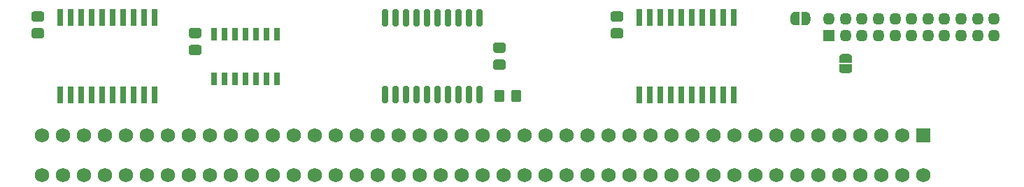
<source format=gbr>
%TF.GenerationSoftware,KiCad,Pcbnew,(5.1.6)-1*%
%TF.CreationDate,2022-11-05T15:29:04-04:00*%
%TF.ProjectId,A500-side-clockport,41353030-2d73-4696-9465-2d636c6f636b,rev?*%
%TF.SameCoordinates,Original*%
%TF.FileFunction,Soldermask,Top*%
%TF.FilePolarity,Negative*%
%FSLAX46Y46*%
G04 Gerber Fmt 4.6, Leading zero omitted, Abs format (unit mm)*
G04 Created by KiCad (PCBNEW (5.1.6)-1) date 2022-11-05 15:29:04*
%MOMM*%
%LPD*%
G01*
G04 APERTURE LIST*
%ADD10C,1.738300*%
%ADD11R,1.738300X1.738300*%
%ADD12R,1.450000X1.450000*%
%ADD13O,1.450000X1.450000*%
%ADD14C,0.100000*%
%ADD15R,0.750000X1.625000*%
%ADD16R,0.750000X2.050000*%
G04 APERTURE END LIST*
D10*
%TO.C,BUS0*%
X101621001Y-85326901D03*
X101621001Y-80475501D03*
X104161001Y-85326901D03*
X104161001Y-80475501D03*
X106701001Y-85326901D03*
X106701001Y-80475501D03*
X109241001Y-85326901D03*
X109241001Y-80475501D03*
X111781001Y-85326901D03*
X111781001Y-80475501D03*
X114321001Y-85326901D03*
X114321001Y-80475501D03*
X116861001Y-85326901D03*
X116861001Y-80475501D03*
X119401001Y-85326901D03*
X119401001Y-80475501D03*
X121941001Y-85326901D03*
X121941001Y-80475501D03*
X124481001Y-85326901D03*
X124481001Y-80475501D03*
X127021001Y-85326901D03*
X127021001Y-80475501D03*
X129561001Y-85326901D03*
X129561001Y-80475501D03*
X132101001Y-85326901D03*
X132101001Y-80475501D03*
X134641001Y-85326901D03*
X134641001Y-80475501D03*
X137181001Y-85326901D03*
X137181001Y-80475501D03*
X139721001Y-85326901D03*
X139721001Y-80475501D03*
X142261001Y-85326901D03*
X142261001Y-80475501D03*
X144801001Y-85326901D03*
X144801001Y-80475501D03*
X147341001Y-85326901D03*
X147341001Y-80475501D03*
X149881001Y-85326901D03*
X149881001Y-80475501D03*
X152421001Y-85326901D03*
X152421001Y-80475501D03*
X154961001Y-85326901D03*
X154961001Y-80475501D03*
X157501001Y-85326901D03*
X157501001Y-80475501D03*
X160041001Y-85326901D03*
X160041001Y-80475501D03*
X162581001Y-85326901D03*
X162581001Y-80475501D03*
X165121001Y-85326901D03*
X165121001Y-80475501D03*
X167661001Y-85326901D03*
X167661001Y-80475501D03*
X170201001Y-85326901D03*
X170201001Y-80475501D03*
X172741001Y-85326901D03*
X172741001Y-80475501D03*
X175281001Y-85326901D03*
X175281001Y-80475501D03*
X177821001Y-85326901D03*
X177821001Y-80475501D03*
X180361001Y-85326901D03*
X180361001Y-80475501D03*
X182901001Y-85326901D03*
X182901001Y-80475501D03*
X185441001Y-85326901D03*
X185441001Y-80475501D03*
X187981001Y-85326901D03*
X187981001Y-80475501D03*
X190521001Y-85326901D03*
X190521001Y-80475501D03*
X193061001Y-85326901D03*
X193061001Y-80475501D03*
X195601001Y-85326901D03*
X195601001Y-80475501D03*
X198141001Y-85326901D03*
X198141001Y-80475501D03*
X200681001Y-85326901D03*
X200681001Y-80475501D03*
X203221001Y-85326901D03*
X203221001Y-80475501D03*
X205761001Y-85326901D03*
X205761001Y-80475501D03*
X208301001Y-85326901D03*
D11*
X208301001Y-80475501D03*
%TD*%
%TO.C,C1*%
G36*
G01*
X159638000Y-75213738D02*
X159638000Y-76170262D01*
G75*
G02*
X159366262Y-76442000I-271738J0D01*
G01*
X158659738Y-76442000D01*
G75*
G02*
X158388000Y-76170262I0J271738D01*
G01*
X158388000Y-75213738D01*
G75*
G02*
X158659738Y-74942000I271738J0D01*
G01*
X159366262Y-74942000D01*
G75*
G02*
X159638000Y-75213738I0J-271738D01*
G01*
G37*
G36*
G01*
X157588000Y-75213738D02*
X157588000Y-76170262D01*
G75*
G02*
X157316262Y-76442000I-271738J0D01*
G01*
X156609738Y-76442000D01*
G75*
G02*
X156338000Y-76170262I0J271738D01*
G01*
X156338000Y-75213738D01*
G75*
G02*
X156609738Y-74942000I271738J0D01*
G01*
X157316262Y-74942000D01*
G75*
G02*
X157588000Y-75213738I0J-271738D01*
G01*
G37*
%TD*%
%TO.C,C2*%
G36*
G01*
X120620262Y-68679000D02*
X119663738Y-68679000D01*
G75*
G02*
X119392000Y-68407262I0J271738D01*
G01*
X119392000Y-67700738D01*
G75*
G02*
X119663738Y-67429000I271738J0D01*
G01*
X120620262Y-67429000D01*
G75*
G02*
X120892000Y-67700738I0J-271738D01*
G01*
X120892000Y-68407262D01*
G75*
G02*
X120620262Y-68679000I-271738J0D01*
G01*
G37*
G36*
G01*
X120620262Y-70729000D02*
X119663738Y-70729000D01*
G75*
G02*
X119392000Y-70457262I0J271738D01*
G01*
X119392000Y-69750738D01*
G75*
G02*
X119663738Y-69479000I271738J0D01*
G01*
X120620262Y-69479000D01*
G75*
G02*
X120892000Y-69750738I0J-271738D01*
G01*
X120892000Y-70457262D01*
G75*
G02*
X120620262Y-70729000I-271738J0D01*
G01*
G37*
%TD*%
%TO.C,C3*%
G36*
G01*
X101570262Y-66665000D02*
X100613738Y-66665000D01*
G75*
G02*
X100342000Y-66393262I0J271738D01*
G01*
X100342000Y-65686738D01*
G75*
G02*
X100613738Y-65415000I271738J0D01*
G01*
X101570262Y-65415000D01*
G75*
G02*
X101842000Y-65686738I0J-271738D01*
G01*
X101842000Y-66393262D01*
G75*
G02*
X101570262Y-66665000I-271738J0D01*
G01*
G37*
G36*
G01*
X101570262Y-68715000D02*
X100613738Y-68715000D01*
G75*
G02*
X100342000Y-68443262I0J271738D01*
G01*
X100342000Y-67736738D01*
G75*
G02*
X100613738Y-67465000I271738J0D01*
G01*
X101570262Y-67465000D01*
G75*
G02*
X101842000Y-67736738I0J-271738D01*
G01*
X101842000Y-68443262D01*
G75*
G02*
X101570262Y-68715000I-271738J0D01*
G01*
G37*
%TD*%
%TO.C,C4*%
G36*
G01*
X171674262Y-68715000D02*
X170717738Y-68715000D01*
G75*
G02*
X170446000Y-68443262I0J271738D01*
G01*
X170446000Y-67736738D01*
G75*
G02*
X170717738Y-67465000I271738J0D01*
G01*
X171674262Y-67465000D01*
G75*
G02*
X171946000Y-67736738I0J-271738D01*
G01*
X171946000Y-68443262D01*
G75*
G02*
X171674262Y-68715000I-271738J0D01*
G01*
G37*
G36*
G01*
X171674262Y-66665000D02*
X170717738Y-66665000D01*
G75*
G02*
X170446000Y-66393262I0J271738D01*
G01*
X170446000Y-65686738D01*
G75*
G02*
X170717738Y-65415000I271738J0D01*
G01*
X171674262Y-65415000D01*
G75*
G02*
X171946000Y-65686738I0J-271738D01*
G01*
X171946000Y-66393262D01*
G75*
G02*
X171674262Y-66665000I-271738J0D01*
G01*
G37*
%TD*%
D12*
%TO.C,J0*%
X196852000Y-68326000D03*
D13*
X196852000Y-66326000D03*
X198852000Y-68326000D03*
X198852000Y-66326000D03*
X200852000Y-68326000D03*
X200852000Y-66326000D03*
X202852000Y-68326000D03*
X202852000Y-66326000D03*
X204852000Y-68326000D03*
X204852000Y-66326000D03*
X206852000Y-68326000D03*
X206852000Y-66326000D03*
X208852000Y-68326000D03*
X208852000Y-66326000D03*
X210852000Y-68326000D03*
X210852000Y-66326000D03*
X212852000Y-68326000D03*
X212852000Y-66326000D03*
X214852000Y-68326000D03*
X214852000Y-66326000D03*
X216852000Y-68326000D03*
X216852000Y-66326000D03*
%TD*%
D14*
%TO.C,J1*%
G36*
X192749889Y-67093398D02*
G01*
X192731466Y-67093398D01*
X192726565Y-67093157D01*
X192677734Y-67088347D01*
X192672881Y-67087627D01*
X192624756Y-67078055D01*
X192619995Y-67076863D01*
X192573040Y-67062619D01*
X192568421Y-67060966D01*
X192523088Y-67042189D01*
X192518651Y-67040091D01*
X192475378Y-67016960D01*
X192471171Y-67014438D01*
X192430372Y-66987178D01*
X192426430Y-66984254D01*
X192388501Y-66953126D01*
X192384866Y-66949831D01*
X192350169Y-66915134D01*
X192346874Y-66911499D01*
X192315746Y-66873570D01*
X192312822Y-66869628D01*
X192285562Y-66828829D01*
X192283040Y-66824622D01*
X192259909Y-66781349D01*
X192257811Y-66776912D01*
X192239034Y-66731579D01*
X192237381Y-66726960D01*
X192223137Y-66680005D01*
X192221945Y-66675244D01*
X192212373Y-66627119D01*
X192211653Y-66622266D01*
X192206843Y-66573435D01*
X192206602Y-66568534D01*
X192206602Y-66550111D01*
X192206000Y-66544000D01*
X192206000Y-66044000D01*
X192206602Y-66037889D01*
X192206602Y-66019466D01*
X192206843Y-66014565D01*
X192211653Y-65965734D01*
X192212373Y-65960881D01*
X192221945Y-65912756D01*
X192223137Y-65907995D01*
X192237381Y-65861040D01*
X192239034Y-65856421D01*
X192257811Y-65811088D01*
X192259909Y-65806651D01*
X192283040Y-65763378D01*
X192285562Y-65759171D01*
X192312822Y-65718372D01*
X192315746Y-65714430D01*
X192346874Y-65676501D01*
X192350169Y-65672866D01*
X192384866Y-65638169D01*
X192388501Y-65634874D01*
X192426430Y-65603746D01*
X192430372Y-65600822D01*
X192471171Y-65573562D01*
X192475378Y-65571040D01*
X192518651Y-65547909D01*
X192523088Y-65545811D01*
X192568421Y-65527034D01*
X192573040Y-65525381D01*
X192619995Y-65511137D01*
X192624756Y-65509945D01*
X192672881Y-65500373D01*
X192677734Y-65499653D01*
X192726565Y-65494843D01*
X192731466Y-65494602D01*
X192749889Y-65494602D01*
X192756000Y-65494000D01*
X193256000Y-65494000D01*
X193265755Y-65494961D01*
X193275134Y-65497806D01*
X193283779Y-65502427D01*
X193291355Y-65508645D01*
X193297573Y-65516221D01*
X193302194Y-65524866D01*
X193305039Y-65534245D01*
X193306000Y-65544000D01*
X193306000Y-67044000D01*
X193305039Y-67053755D01*
X193302194Y-67063134D01*
X193297573Y-67071779D01*
X193291355Y-67079355D01*
X193283779Y-67085573D01*
X193275134Y-67090194D01*
X193265755Y-67093039D01*
X193256000Y-67094000D01*
X192756000Y-67094000D01*
X192749889Y-67093398D01*
G37*
G36*
X193546245Y-67093039D02*
G01*
X193536866Y-67090194D01*
X193528221Y-67085573D01*
X193520645Y-67079355D01*
X193514427Y-67071779D01*
X193509806Y-67063134D01*
X193506961Y-67053755D01*
X193506000Y-67044000D01*
X193506000Y-65544000D01*
X193506961Y-65534245D01*
X193509806Y-65524866D01*
X193514427Y-65516221D01*
X193520645Y-65508645D01*
X193528221Y-65502427D01*
X193536866Y-65497806D01*
X193546245Y-65494961D01*
X193556000Y-65494000D01*
X194056000Y-65494000D01*
X194062111Y-65494602D01*
X194080534Y-65494602D01*
X194085435Y-65494843D01*
X194134266Y-65499653D01*
X194139119Y-65500373D01*
X194187244Y-65509945D01*
X194192005Y-65511137D01*
X194238960Y-65525381D01*
X194243579Y-65527034D01*
X194288912Y-65545811D01*
X194293349Y-65547909D01*
X194336622Y-65571040D01*
X194340829Y-65573562D01*
X194381628Y-65600822D01*
X194385570Y-65603746D01*
X194423499Y-65634874D01*
X194427134Y-65638169D01*
X194461831Y-65672866D01*
X194465126Y-65676501D01*
X194496254Y-65714430D01*
X194499178Y-65718372D01*
X194526438Y-65759171D01*
X194528960Y-65763378D01*
X194552091Y-65806651D01*
X194554189Y-65811088D01*
X194572966Y-65856421D01*
X194574619Y-65861040D01*
X194588863Y-65907995D01*
X194590055Y-65912756D01*
X194599627Y-65960881D01*
X194600347Y-65965734D01*
X194605157Y-66014565D01*
X194605398Y-66019466D01*
X194605398Y-66037889D01*
X194606000Y-66044000D01*
X194606000Y-66544000D01*
X194605398Y-66550111D01*
X194605398Y-66568534D01*
X194605157Y-66573435D01*
X194600347Y-66622266D01*
X194599627Y-66627119D01*
X194590055Y-66675244D01*
X194588863Y-66680005D01*
X194574619Y-66726960D01*
X194572966Y-66731579D01*
X194554189Y-66776912D01*
X194552091Y-66781349D01*
X194528960Y-66824622D01*
X194526438Y-66828829D01*
X194499178Y-66869628D01*
X194496254Y-66873570D01*
X194465126Y-66911499D01*
X194461831Y-66915134D01*
X194427134Y-66949831D01*
X194423499Y-66953126D01*
X194385570Y-66984254D01*
X194381628Y-66987178D01*
X194340829Y-67014438D01*
X194336622Y-67016960D01*
X194293349Y-67040091D01*
X194288912Y-67042189D01*
X194243579Y-67060966D01*
X194238960Y-67062619D01*
X194192005Y-67076863D01*
X194187244Y-67078055D01*
X194139119Y-67087627D01*
X194134266Y-67088347D01*
X194085435Y-67093157D01*
X194080534Y-67093398D01*
X194062111Y-67093398D01*
X194056000Y-67094000D01*
X193556000Y-67094000D01*
X193546245Y-67093039D01*
G37*
%TD*%
%TO.C,J2*%
G36*
X198082961Y-71910245D02*
G01*
X198085806Y-71900866D01*
X198090427Y-71892221D01*
X198096645Y-71884645D01*
X198104221Y-71878427D01*
X198112866Y-71873806D01*
X198122245Y-71870961D01*
X198132000Y-71870000D01*
X199632000Y-71870000D01*
X199641755Y-71870961D01*
X199651134Y-71873806D01*
X199659779Y-71878427D01*
X199667355Y-71884645D01*
X199673573Y-71892221D01*
X199678194Y-71900866D01*
X199681039Y-71910245D01*
X199682000Y-71920000D01*
X199682000Y-72420000D01*
X199681398Y-72426111D01*
X199681398Y-72444534D01*
X199681157Y-72449435D01*
X199676347Y-72498266D01*
X199675627Y-72503119D01*
X199666055Y-72551244D01*
X199664863Y-72556005D01*
X199650619Y-72602960D01*
X199648966Y-72607579D01*
X199630189Y-72652912D01*
X199628091Y-72657349D01*
X199604960Y-72700622D01*
X199602438Y-72704829D01*
X199575178Y-72745628D01*
X199572254Y-72749570D01*
X199541126Y-72787499D01*
X199537831Y-72791134D01*
X199503134Y-72825831D01*
X199499499Y-72829126D01*
X199461570Y-72860254D01*
X199457628Y-72863178D01*
X199416829Y-72890438D01*
X199412622Y-72892960D01*
X199369349Y-72916091D01*
X199364912Y-72918189D01*
X199319579Y-72936966D01*
X199314960Y-72938619D01*
X199268005Y-72952863D01*
X199263244Y-72954055D01*
X199215119Y-72963627D01*
X199210266Y-72964347D01*
X199161435Y-72969157D01*
X199156534Y-72969398D01*
X199138111Y-72969398D01*
X199132000Y-72970000D01*
X198632000Y-72970000D01*
X198625889Y-72969398D01*
X198607466Y-72969398D01*
X198602565Y-72969157D01*
X198553734Y-72964347D01*
X198548881Y-72963627D01*
X198500756Y-72954055D01*
X198495995Y-72952863D01*
X198449040Y-72938619D01*
X198444421Y-72936966D01*
X198399088Y-72918189D01*
X198394651Y-72916091D01*
X198351378Y-72892960D01*
X198347171Y-72890438D01*
X198306372Y-72863178D01*
X198302430Y-72860254D01*
X198264501Y-72829126D01*
X198260866Y-72825831D01*
X198226169Y-72791134D01*
X198222874Y-72787499D01*
X198191746Y-72749570D01*
X198188822Y-72745628D01*
X198161562Y-72704829D01*
X198159040Y-72700622D01*
X198135909Y-72657349D01*
X198133811Y-72652912D01*
X198115034Y-72607579D01*
X198113381Y-72602960D01*
X198099137Y-72556005D01*
X198097945Y-72551244D01*
X198088373Y-72503119D01*
X198087653Y-72498266D01*
X198082843Y-72449435D01*
X198082602Y-72444534D01*
X198082602Y-72426111D01*
X198082000Y-72420000D01*
X198082000Y-71920000D01*
X198082961Y-71910245D01*
G37*
G36*
X198082602Y-71113889D02*
G01*
X198082602Y-71095466D01*
X198082843Y-71090565D01*
X198087653Y-71041734D01*
X198088373Y-71036881D01*
X198097945Y-70988756D01*
X198099137Y-70983995D01*
X198113381Y-70937040D01*
X198115034Y-70932421D01*
X198133811Y-70887088D01*
X198135909Y-70882651D01*
X198159040Y-70839378D01*
X198161562Y-70835171D01*
X198188822Y-70794372D01*
X198191746Y-70790430D01*
X198222874Y-70752501D01*
X198226169Y-70748866D01*
X198260866Y-70714169D01*
X198264501Y-70710874D01*
X198302430Y-70679746D01*
X198306372Y-70676822D01*
X198347171Y-70649562D01*
X198351378Y-70647040D01*
X198394651Y-70623909D01*
X198399088Y-70621811D01*
X198444421Y-70603034D01*
X198449040Y-70601381D01*
X198495995Y-70587137D01*
X198500756Y-70585945D01*
X198548881Y-70576373D01*
X198553734Y-70575653D01*
X198602565Y-70570843D01*
X198607466Y-70570602D01*
X198625889Y-70570602D01*
X198632000Y-70570000D01*
X199132000Y-70570000D01*
X199138111Y-70570602D01*
X199156534Y-70570602D01*
X199161435Y-70570843D01*
X199210266Y-70575653D01*
X199215119Y-70576373D01*
X199263244Y-70585945D01*
X199268005Y-70587137D01*
X199314960Y-70601381D01*
X199319579Y-70603034D01*
X199364912Y-70621811D01*
X199369349Y-70623909D01*
X199412622Y-70647040D01*
X199416829Y-70649562D01*
X199457628Y-70676822D01*
X199461570Y-70679746D01*
X199499499Y-70710874D01*
X199503134Y-70714169D01*
X199537831Y-70748866D01*
X199541126Y-70752501D01*
X199572254Y-70790430D01*
X199575178Y-70794372D01*
X199602438Y-70835171D01*
X199604960Y-70839378D01*
X199628091Y-70882651D01*
X199630189Y-70887088D01*
X199648966Y-70932421D01*
X199650619Y-70937040D01*
X199664863Y-70983995D01*
X199666055Y-70988756D01*
X199675627Y-71036881D01*
X199676347Y-71041734D01*
X199681157Y-71090565D01*
X199681398Y-71095466D01*
X199681398Y-71113889D01*
X199682000Y-71120000D01*
X199682000Y-71620000D01*
X199681039Y-71629755D01*
X199678194Y-71639134D01*
X199673573Y-71647779D01*
X199667355Y-71655355D01*
X199659779Y-71661573D01*
X199651134Y-71666194D01*
X199641755Y-71669039D01*
X199632000Y-71670000D01*
X198132000Y-71670000D01*
X198122245Y-71669039D01*
X198112866Y-71666194D01*
X198104221Y-71661573D01*
X198096645Y-71655355D01*
X198090427Y-71647779D01*
X198085806Y-71639134D01*
X198082961Y-71629755D01*
X198082000Y-71620000D01*
X198082000Y-71120000D01*
X198082602Y-71113889D01*
G37*
%TD*%
%TO.C,R1*%
G36*
G01*
X157450262Y-72516000D02*
X156493738Y-72516000D01*
G75*
G02*
X156222000Y-72244262I0J271738D01*
G01*
X156222000Y-71537738D01*
G75*
G02*
X156493738Y-71266000I271738J0D01*
G01*
X157450262Y-71266000D01*
G75*
G02*
X157722000Y-71537738I0J-271738D01*
G01*
X157722000Y-72244262D01*
G75*
G02*
X157450262Y-72516000I-271738J0D01*
G01*
G37*
G36*
G01*
X157450262Y-70466000D02*
X156493738Y-70466000D01*
G75*
G02*
X156222000Y-70194262I0J271738D01*
G01*
X156222000Y-69487738D01*
G75*
G02*
X156493738Y-69216000I271738J0D01*
G01*
X157450262Y-69216000D01*
G75*
G02*
X157722000Y-69487738I0J-271738D01*
G01*
X157722000Y-70194262D01*
G75*
G02*
X157450262Y-70466000I-271738J0D01*
G01*
G37*
%TD*%
%TO.C,U1*%
G36*
G01*
X154384000Y-65141000D02*
X154734000Y-65141000D01*
G75*
G02*
X154909000Y-65316000I0J-175000D01*
G01*
X154909000Y-67116000D01*
G75*
G02*
X154734000Y-67291000I-175000J0D01*
G01*
X154384000Y-67291000D01*
G75*
G02*
X154209000Y-67116000I0J175000D01*
G01*
X154209000Y-65316000D01*
G75*
G02*
X154384000Y-65141000I175000J0D01*
G01*
G37*
G36*
G01*
X153114000Y-65141000D02*
X153464000Y-65141000D01*
G75*
G02*
X153639000Y-65316000I0J-175000D01*
G01*
X153639000Y-67116000D01*
G75*
G02*
X153464000Y-67291000I-175000J0D01*
G01*
X153114000Y-67291000D01*
G75*
G02*
X152939000Y-67116000I0J175000D01*
G01*
X152939000Y-65316000D01*
G75*
G02*
X153114000Y-65141000I175000J0D01*
G01*
G37*
G36*
G01*
X151844000Y-65141000D02*
X152194000Y-65141000D01*
G75*
G02*
X152369000Y-65316000I0J-175000D01*
G01*
X152369000Y-67116000D01*
G75*
G02*
X152194000Y-67291000I-175000J0D01*
G01*
X151844000Y-67291000D01*
G75*
G02*
X151669000Y-67116000I0J175000D01*
G01*
X151669000Y-65316000D01*
G75*
G02*
X151844000Y-65141000I175000J0D01*
G01*
G37*
G36*
G01*
X150574000Y-65141000D02*
X150924000Y-65141000D01*
G75*
G02*
X151099000Y-65316000I0J-175000D01*
G01*
X151099000Y-67116000D01*
G75*
G02*
X150924000Y-67291000I-175000J0D01*
G01*
X150574000Y-67291000D01*
G75*
G02*
X150399000Y-67116000I0J175000D01*
G01*
X150399000Y-65316000D01*
G75*
G02*
X150574000Y-65141000I175000J0D01*
G01*
G37*
G36*
G01*
X149304000Y-65141000D02*
X149654000Y-65141000D01*
G75*
G02*
X149829000Y-65316000I0J-175000D01*
G01*
X149829000Y-67116000D01*
G75*
G02*
X149654000Y-67291000I-175000J0D01*
G01*
X149304000Y-67291000D01*
G75*
G02*
X149129000Y-67116000I0J175000D01*
G01*
X149129000Y-65316000D01*
G75*
G02*
X149304000Y-65141000I175000J0D01*
G01*
G37*
G36*
G01*
X148034000Y-65141000D02*
X148384000Y-65141000D01*
G75*
G02*
X148559000Y-65316000I0J-175000D01*
G01*
X148559000Y-67116000D01*
G75*
G02*
X148384000Y-67291000I-175000J0D01*
G01*
X148034000Y-67291000D01*
G75*
G02*
X147859000Y-67116000I0J175000D01*
G01*
X147859000Y-65316000D01*
G75*
G02*
X148034000Y-65141000I175000J0D01*
G01*
G37*
G36*
G01*
X146764000Y-65141000D02*
X147114000Y-65141000D01*
G75*
G02*
X147289000Y-65316000I0J-175000D01*
G01*
X147289000Y-67116000D01*
G75*
G02*
X147114000Y-67291000I-175000J0D01*
G01*
X146764000Y-67291000D01*
G75*
G02*
X146589000Y-67116000I0J175000D01*
G01*
X146589000Y-65316000D01*
G75*
G02*
X146764000Y-65141000I175000J0D01*
G01*
G37*
G36*
G01*
X145494000Y-65141000D02*
X145844000Y-65141000D01*
G75*
G02*
X146019000Y-65316000I0J-175000D01*
G01*
X146019000Y-67116000D01*
G75*
G02*
X145844000Y-67291000I-175000J0D01*
G01*
X145494000Y-67291000D01*
G75*
G02*
X145319000Y-67116000I0J175000D01*
G01*
X145319000Y-65316000D01*
G75*
G02*
X145494000Y-65141000I175000J0D01*
G01*
G37*
G36*
G01*
X144224000Y-65141000D02*
X144574000Y-65141000D01*
G75*
G02*
X144749000Y-65316000I0J-175000D01*
G01*
X144749000Y-67116000D01*
G75*
G02*
X144574000Y-67291000I-175000J0D01*
G01*
X144224000Y-67291000D01*
G75*
G02*
X144049000Y-67116000I0J175000D01*
G01*
X144049000Y-65316000D01*
G75*
G02*
X144224000Y-65141000I175000J0D01*
G01*
G37*
G36*
G01*
X142954000Y-65141000D02*
X143304000Y-65141000D01*
G75*
G02*
X143479000Y-65316000I0J-175000D01*
G01*
X143479000Y-67116000D01*
G75*
G02*
X143304000Y-67291000I-175000J0D01*
G01*
X142954000Y-67291000D01*
G75*
G02*
X142779000Y-67116000I0J175000D01*
G01*
X142779000Y-65316000D01*
G75*
G02*
X142954000Y-65141000I175000J0D01*
G01*
G37*
G36*
G01*
X142954000Y-74441000D02*
X143304000Y-74441000D01*
G75*
G02*
X143479000Y-74616000I0J-175000D01*
G01*
X143479000Y-76416000D01*
G75*
G02*
X143304000Y-76591000I-175000J0D01*
G01*
X142954000Y-76591000D01*
G75*
G02*
X142779000Y-76416000I0J175000D01*
G01*
X142779000Y-74616000D01*
G75*
G02*
X142954000Y-74441000I175000J0D01*
G01*
G37*
G36*
G01*
X144224000Y-74441000D02*
X144574000Y-74441000D01*
G75*
G02*
X144749000Y-74616000I0J-175000D01*
G01*
X144749000Y-76416000D01*
G75*
G02*
X144574000Y-76591000I-175000J0D01*
G01*
X144224000Y-76591000D01*
G75*
G02*
X144049000Y-76416000I0J175000D01*
G01*
X144049000Y-74616000D01*
G75*
G02*
X144224000Y-74441000I175000J0D01*
G01*
G37*
G36*
G01*
X145494000Y-74441000D02*
X145844000Y-74441000D01*
G75*
G02*
X146019000Y-74616000I0J-175000D01*
G01*
X146019000Y-76416000D01*
G75*
G02*
X145844000Y-76591000I-175000J0D01*
G01*
X145494000Y-76591000D01*
G75*
G02*
X145319000Y-76416000I0J175000D01*
G01*
X145319000Y-74616000D01*
G75*
G02*
X145494000Y-74441000I175000J0D01*
G01*
G37*
G36*
G01*
X146764000Y-74441000D02*
X147114000Y-74441000D01*
G75*
G02*
X147289000Y-74616000I0J-175000D01*
G01*
X147289000Y-76416000D01*
G75*
G02*
X147114000Y-76591000I-175000J0D01*
G01*
X146764000Y-76591000D01*
G75*
G02*
X146589000Y-76416000I0J175000D01*
G01*
X146589000Y-74616000D01*
G75*
G02*
X146764000Y-74441000I175000J0D01*
G01*
G37*
G36*
G01*
X148034000Y-74441000D02*
X148384000Y-74441000D01*
G75*
G02*
X148559000Y-74616000I0J-175000D01*
G01*
X148559000Y-76416000D01*
G75*
G02*
X148384000Y-76591000I-175000J0D01*
G01*
X148034000Y-76591000D01*
G75*
G02*
X147859000Y-76416000I0J175000D01*
G01*
X147859000Y-74616000D01*
G75*
G02*
X148034000Y-74441000I175000J0D01*
G01*
G37*
G36*
G01*
X149304000Y-74441000D02*
X149654000Y-74441000D01*
G75*
G02*
X149829000Y-74616000I0J-175000D01*
G01*
X149829000Y-76416000D01*
G75*
G02*
X149654000Y-76591000I-175000J0D01*
G01*
X149304000Y-76591000D01*
G75*
G02*
X149129000Y-76416000I0J175000D01*
G01*
X149129000Y-74616000D01*
G75*
G02*
X149304000Y-74441000I175000J0D01*
G01*
G37*
G36*
G01*
X150574000Y-74441000D02*
X150924000Y-74441000D01*
G75*
G02*
X151099000Y-74616000I0J-175000D01*
G01*
X151099000Y-76416000D01*
G75*
G02*
X150924000Y-76591000I-175000J0D01*
G01*
X150574000Y-76591000D01*
G75*
G02*
X150399000Y-76416000I0J175000D01*
G01*
X150399000Y-74616000D01*
G75*
G02*
X150574000Y-74441000I175000J0D01*
G01*
G37*
G36*
G01*
X151844000Y-74441000D02*
X152194000Y-74441000D01*
G75*
G02*
X152369000Y-74616000I0J-175000D01*
G01*
X152369000Y-76416000D01*
G75*
G02*
X152194000Y-76591000I-175000J0D01*
G01*
X151844000Y-76591000D01*
G75*
G02*
X151669000Y-76416000I0J175000D01*
G01*
X151669000Y-74616000D01*
G75*
G02*
X151844000Y-74441000I175000J0D01*
G01*
G37*
G36*
G01*
X153114000Y-74441000D02*
X153464000Y-74441000D01*
G75*
G02*
X153639000Y-74616000I0J-175000D01*
G01*
X153639000Y-76416000D01*
G75*
G02*
X153464000Y-76591000I-175000J0D01*
G01*
X153114000Y-76591000D01*
G75*
G02*
X152939000Y-76416000I0J175000D01*
G01*
X152939000Y-74616000D01*
G75*
G02*
X153114000Y-74441000I175000J0D01*
G01*
G37*
G36*
G01*
X154384000Y-74441000D02*
X154734000Y-74441000D01*
G75*
G02*
X154909000Y-74616000I0J-175000D01*
G01*
X154909000Y-76416000D01*
G75*
G02*
X154734000Y-76591000I-175000J0D01*
G01*
X154384000Y-76591000D01*
G75*
G02*
X154209000Y-76416000I0J175000D01*
G01*
X154209000Y-74616000D01*
G75*
G02*
X154384000Y-74441000I175000J0D01*
G01*
G37*
%TD*%
D15*
%TO.C,U2*%
X122428000Y-73578000D03*
X123698000Y-73578000D03*
X124968000Y-73578000D03*
X126238000Y-73578000D03*
X127508000Y-73578000D03*
X128778000Y-73578000D03*
X130048000Y-73578000D03*
X130048000Y-68154000D03*
X128778000Y-68154000D03*
X127508000Y-68154000D03*
X126238000Y-68154000D03*
X124968000Y-68154000D03*
X123698000Y-68154000D03*
X122428000Y-68154000D03*
%TD*%
D16*
%TO.C,U3*%
X103759000Y-75591000D03*
X105029000Y-75591000D03*
X106299000Y-75591000D03*
X107569000Y-75591000D03*
X108839000Y-75591000D03*
X110109000Y-75591000D03*
X111379000Y-75591000D03*
X112649000Y-75591000D03*
X113919000Y-75591000D03*
X115189000Y-75591000D03*
X115189000Y-66141000D03*
X113919000Y-66141000D03*
X112649000Y-66141000D03*
X111379000Y-66141000D03*
X110109000Y-66141000D03*
X108839000Y-66141000D03*
X107569000Y-66141000D03*
X106299000Y-66141000D03*
X105029000Y-66141000D03*
X103759000Y-66141000D03*
%TD*%
%TO.C,U4*%
X173863000Y-66141000D03*
X175133000Y-66141000D03*
X176403000Y-66141000D03*
X177673000Y-66141000D03*
X178943000Y-66141000D03*
X180213000Y-66141000D03*
X181483000Y-66141000D03*
X182753000Y-66141000D03*
X184023000Y-66141000D03*
X185293000Y-66141000D03*
X185293000Y-75591000D03*
X184023000Y-75591000D03*
X182753000Y-75591000D03*
X181483000Y-75591000D03*
X180213000Y-75591000D03*
X178943000Y-75591000D03*
X177673000Y-75591000D03*
X176403000Y-75591000D03*
X175133000Y-75591000D03*
X173863000Y-75591000D03*
%TD*%
M02*

</source>
